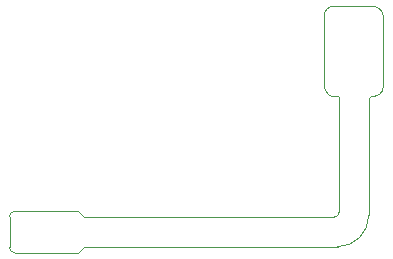
<source format=gbr>
%TF.GenerationSoftware,Altium Limited,Altium Designer,21.8.1 (53)*%
G04 Layer_Color=0*
%FSLAX45Y45*%
%MOMM*%
%TF.SameCoordinates,7374835A-4B4A-4399-96A1-91FF428CB2AC*%
%TF.FilePolarity,Positive*%
%TF.FileFunction,Profile,NP*%
%TF.Part,Single*%
G01*
G75*
%TA.AperFunction,Profile*%
%ADD29C,0.02540*%
D29*
X2745466Y300478D02*
X629523Y300477D01*
X579985Y350015D01*
X45015D01*
D02*
G03*
X13Y305014I-19J-44983D01*
G01*
X2Y44999D01*
D02*
G03*
X44999Y-0I44989J-11D01*
G01*
X580372Y-1D01*
X629910Y50478D01*
X2777187D01*
D02*
G03*
X3042005Y315298I0J264817D01*
G01*
X3042005Y1312005D01*
X3056946Y1326946D01*
X3095364Y1326946D01*
D02*
G03*
X3127780Y1336022I0J62425D01*
G01*
D02*
G03*
X3165804Y1408343I-49701J72286D01*
G01*
X3165808Y1993278D01*
D02*
G03*
X3072008Y2087078I-93711J89D01*
G01*
X2746308D01*
D02*
G03*
X2663308Y2004078I-120J-82880D01*
G01*
X2663308Y1424251D01*
D02*
G03*
X2700529Y1337816I118888J-36D01*
G01*
D02*
G03*
X2723726Y1328573I25423J30072D01*
G01*
X2781428D01*
X2792100Y1317899D01*
X2792044Y347040D01*
D02*
G02*
X2745466Y300478I-46542J-20D01*
G01*
%TF.MD5,8e9084cb051c9397ff5d0430e028e9e3*%
M02*

</source>
